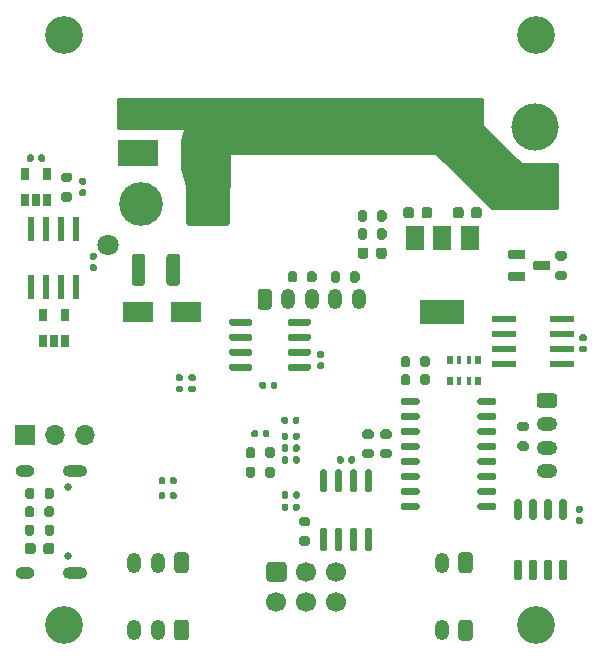
<source format=gbr>
%TF.GenerationSoftware,KiCad,Pcbnew,5.1.9-73d0e3b20d~88~ubuntu20.04.1*%
%TF.CreationDate,2021-04-18T22:18:41+08:00*%
%TF.ProjectId,AbsoluteEncoderBoard,4162736f-6c75-4746-9545-6e636f646572,rev?*%
%TF.SameCoordinates,Original*%
%TF.FileFunction,Soldermask,Bot*%
%TF.FilePolarity,Negative*%
%FSLAX46Y46*%
G04 Gerber Fmt 4.6, Leading zero omitted, Abs format (unit mm)*
G04 Created by KiCad (PCBNEW 5.1.9-73d0e3b20d~88~ubuntu20.04.1) date 2021-04-18 22:18:41*
%MOMM*%
%LPD*%
G01*
G04 APERTURE LIST*
%ADD10C,3.200000*%
%ADD11O,1.200000X1.750000*%
%ADD12C,1.800000*%
%ADD13C,3.700000*%
%ADD14C,4.000000*%
%ADD15R,3.800000X3.800000*%
%ADD16C,1.700000*%
%ADD17R,0.650000X1.060000*%
%ADD18R,2.500000X1.800000*%
%ADD19R,3.500000X2.300000*%
%ADD20R,1.500000X2.000000*%
%ADD21R,3.800000X2.000000*%
%ADD22R,2.000000X0.600000*%
%ADD23R,0.600000X2.000000*%
%ADD24R,0.500000X0.800000*%
%ADD25R,0.400000X0.800000*%
%ADD26O,1.700000X1.700000*%
%ADD27R,1.700000X1.700000*%
%ADD28O,2.100000X1.000000*%
%ADD29C,0.650000*%
%ADD30O,1.600000X1.000000*%
%ADD31O,1.750000X1.200000*%
%ADD32C,0.230000*%
%ADD33C,0.100000*%
%ADD34C,0.254000*%
G04 APERTURE END LIST*
D10*
X170000000Y-90000000D03*
X130000000Y-90000000D03*
X170000000Y-40000000D03*
X130000000Y-40000000D03*
G36*
G01*
X169165000Y-73575000D02*
X168615000Y-73575000D01*
G75*
G02*
X168415000Y-73375000I0J200000D01*
G01*
X168415000Y-72975000D01*
G75*
G02*
X168615000Y-72775000I200000J0D01*
G01*
X169165000Y-72775000D01*
G75*
G02*
X169365000Y-72975000I0J-200000D01*
G01*
X169365000Y-73375000D01*
G75*
G02*
X169165000Y-73575000I-200000J0D01*
G01*
G37*
G36*
G01*
X169165000Y-75225000D02*
X168615000Y-75225000D01*
G75*
G02*
X168415000Y-75025000I0J200000D01*
G01*
X168415000Y-74625000D01*
G75*
G02*
X168615000Y-74425000I200000J0D01*
G01*
X169165000Y-74425000D01*
G75*
G02*
X169365000Y-74625000I0J-200000D01*
G01*
X169365000Y-75025000D01*
G75*
G02*
X169165000Y-75225000I-200000J0D01*
G01*
G37*
G36*
G01*
X173480000Y-80860000D02*
X173820000Y-80860000D01*
G75*
G02*
X173960000Y-81000000I0J-140000D01*
G01*
X173960000Y-81280000D01*
G75*
G02*
X173820000Y-81420000I-140000J0D01*
G01*
X173480000Y-81420000D01*
G75*
G02*
X173340000Y-81280000I0J140000D01*
G01*
X173340000Y-81000000D01*
G75*
G02*
X173480000Y-80860000I140000J0D01*
G01*
G37*
G36*
G01*
X173480000Y-79900000D02*
X173820000Y-79900000D01*
G75*
G02*
X173960000Y-80040000I0J-140000D01*
G01*
X173960000Y-80320000D01*
G75*
G02*
X173820000Y-80460000I-140000J0D01*
G01*
X173480000Y-80460000D01*
G75*
G02*
X173340000Y-80320000I0J140000D01*
G01*
X173340000Y-80040000D01*
G75*
G02*
X173480000Y-79900000I140000J0D01*
G01*
G37*
D11*
X162025000Y-84700000D03*
G36*
G01*
X164625000Y-84074999D02*
X164625000Y-85325001D01*
G75*
G02*
X164375001Y-85575000I-249999J0D01*
G01*
X163674999Y-85575000D01*
G75*
G02*
X163425000Y-85325001I0J249999D01*
G01*
X163425000Y-84074999D01*
G75*
G02*
X163674999Y-83825000I249999J0D01*
G01*
X164375001Y-83825000D01*
G75*
G02*
X164625000Y-84074999I0J-249999D01*
G01*
G37*
X155010000Y-62390000D03*
X153010000Y-62390000D03*
X151010000Y-62390000D03*
X149010000Y-62390000D03*
G36*
G01*
X146410000Y-63015001D02*
X146410000Y-61764999D01*
G75*
G02*
X146659999Y-61515000I249999J0D01*
G01*
X147360001Y-61515000D01*
G75*
G02*
X147610000Y-61764999I0J-249999D01*
G01*
X147610000Y-63015001D01*
G75*
G02*
X147360001Y-63265000I-249999J0D01*
G01*
X146659999Y-63265000D01*
G75*
G02*
X146410000Y-63015001I0J249999D01*
G01*
G37*
D12*
X133750000Y-57820000D03*
D13*
X136520000Y-54340000D03*
G36*
G01*
X140620000Y-52490000D02*
X143820000Y-52490000D01*
G75*
G02*
X144070000Y-52740000I0J-250000D01*
G01*
X144070000Y-55940000D01*
G75*
G02*
X143820000Y-56190000I-250000J0D01*
G01*
X140620000Y-56190000D01*
G75*
G02*
X140370000Y-55940000I0J250000D01*
G01*
X140370000Y-52740000D01*
G75*
G02*
X140620000Y-52490000I250000J0D01*
G01*
G37*
D14*
X169926000Y-47832000D03*
D15*
X169926000Y-52832000D03*
G36*
G01*
X147415240Y-84624600D02*
X148615240Y-84624600D01*
G75*
G02*
X148865240Y-84874600I0J-250000D01*
G01*
X148865240Y-86074600D01*
G75*
G02*
X148615240Y-86324600I-250000J0D01*
G01*
X147415240Y-86324600D01*
G75*
G02*
X147165240Y-86074600I0J250000D01*
G01*
X147165240Y-84874600D01*
G75*
G02*
X147415240Y-84624600I250000J0D01*
G01*
G37*
D16*
X150555240Y-85474600D03*
X153095240Y-85474600D03*
X148015240Y-88014600D03*
X150555240Y-88014600D03*
X153095240Y-88014600D03*
G36*
G01*
X146860000Y-73950000D02*
X146860000Y-73610000D01*
G75*
G02*
X147000000Y-73470000I140000J0D01*
G01*
X147280000Y-73470000D01*
G75*
G02*
X147420000Y-73610000I0J-140000D01*
G01*
X147420000Y-73950000D01*
G75*
G02*
X147280000Y-74090000I-140000J0D01*
G01*
X147000000Y-74090000D01*
G75*
G02*
X146860000Y-73950000I0J140000D01*
G01*
G37*
G36*
G01*
X145900000Y-73950000D02*
X145900000Y-73610000D01*
G75*
G02*
X146040000Y-73470000I140000J0D01*
G01*
X146320000Y-73470000D01*
G75*
G02*
X146460000Y-73610000I0J-140000D01*
G01*
X146460000Y-73950000D01*
G75*
G02*
X146320000Y-74090000I-140000J0D01*
G01*
X146040000Y-74090000D01*
G75*
G02*
X145900000Y-73950000I0J140000D01*
G01*
G37*
G36*
G01*
X139630000Y-69725000D02*
X139970000Y-69725000D01*
G75*
G02*
X140110000Y-69865000I0J-140000D01*
G01*
X140110000Y-70145000D01*
G75*
G02*
X139970000Y-70285000I-140000J0D01*
G01*
X139630000Y-70285000D01*
G75*
G02*
X139490000Y-70145000I0J140000D01*
G01*
X139490000Y-69865000D01*
G75*
G02*
X139630000Y-69725000I140000J0D01*
G01*
G37*
G36*
G01*
X139630000Y-68765000D02*
X139970000Y-68765000D01*
G75*
G02*
X140110000Y-68905000I0J-140000D01*
G01*
X140110000Y-69185000D01*
G75*
G02*
X139970000Y-69325000I-140000J0D01*
G01*
X139630000Y-69325000D01*
G75*
G02*
X139490000Y-69185000I0J140000D01*
G01*
X139490000Y-68905000D01*
G75*
G02*
X139630000Y-68765000I140000J0D01*
G01*
G37*
G36*
G01*
X147530000Y-69860000D02*
X147530000Y-69520000D01*
G75*
G02*
X147670000Y-69380000I140000J0D01*
G01*
X147950000Y-69380000D01*
G75*
G02*
X148090000Y-69520000I0J-140000D01*
G01*
X148090000Y-69860000D01*
G75*
G02*
X147950000Y-70000000I-140000J0D01*
G01*
X147670000Y-70000000D01*
G75*
G02*
X147530000Y-69860000I0J140000D01*
G01*
G37*
G36*
G01*
X146570000Y-69860000D02*
X146570000Y-69520000D01*
G75*
G02*
X146710000Y-69380000I140000J0D01*
G01*
X146990000Y-69380000D01*
G75*
G02*
X147130000Y-69520000I0J-140000D01*
G01*
X147130000Y-69860000D01*
G75*
G02*
X146990000Y-70000000I-140000J0D01*
G01*
X146710000Y-70000000D01*
G75*
G02*
X146570000Y-69860000I0J140000D01*
G01*
G37*
G36*
G01*
X139000000Y-77940000D02*
X139000000Y-77600000D01*
G75*
G02*
X139140000Y-77460000I140000J0D01*
G01*
X139420000Y-77460000D01*
G75*
G02*
X139560000Y-77600000I0J-140000D01*
G01*
X139560000Y-77940000D01*
G75*
G02*
X139420000Y-78080000I-140000J0D01*
G01*
X139140000Y-78080000D01*
G75*
G02*
X139000000Y-77940000I0J140000D01*
G01*
G37*
G36*
G01*
X138040000Y-77940000D02*
X138040000Y-77600000D01*
G75*
G02*
X138180000Y-77460000I140000J0D01*
G01*
X138460000Y-77460000D01*
G75*
G02*
X138600000Y-77600000I0J-140000D01*
G01*
X138600000Y-77940000D01*
G75*
G02*
X138460000Y-78080000I-140000J0D01*
G01*
X138180000Y-78080000D01*
G75*
G02*
X138040000Y-77940000I0J140000D01*
G01*
G37*
G36*
G01*
X149000000Y-72480000D02*
X149000000Y-72820000D01*
G75*
G02*
X148860000Y-72960000I-140000J0D01*
G01*
X148580000Y-72960000D01*
G75*
G02*
X148440000Y-72820000I0J140000D01*
G01*
X148440000Y-72480000D01*
G75*
G02*
X148580000Y-72340000I140000J0D01*
G01*
X148860000Y-72340000D01*
G75*
G02*
X149000000Y-72480000I0J-140000D01*
G01*
G37*
G36*
G01*
X149960000Y-72480000D02*
X149960000Y-72820000D01*
G75*
G02*
X149820000Y-72960000I-140000J0D01*
G01*
X149540000Y-72960000D01*
G75*
G02*
X149400000Y-72820000I0J140000D01*
G01*
X149400000Y-72480000D01*
G75*
G02*
X149540000Y-72340000I140000J0D01*
G01*
X149820000Y-72340000D01*
G75*
G02*
X149960000Y-72480000I0J-140000D01*
G01*
G37*
G36*
G01*
X149025000Y-78805000D02*
X149025000Y-79145000D01*
G75*
G02*
X148885000Y-79285000I-140000J0D01*
G01*
X148605000Y-79285000D01*
G75*
G02*
X148465000Y-79145000I0J140000D01*
G01*
X148465000Y-78805000D01*
G75*
G02*
X148605000Y-78665000I140000J0D01*
G01*
X148885000Y-78665000D01*
G75*
G02*
X149025000Y-78805000I0J-140000D01*
G01*
G37*
G36*
G01*
X149985000Y-78805000D02*
X149985000Y-79145000D01*
G75*
G02*
X149845000Y-79285000I-140000J0D01*
G01*
X149565000Y-79285000D01*
G75*
G02*
X149425000Y-79145000I0J140000D01*
G01*
X149425000Y-78805000D01*
G75*
G02*
X149565000Y-78665000I140000J0D01*
G01*
X149845000Y-78665000D01*
G75*
G02*
X149985000Y-78805000I0J-140000D01*
G01*
G37*
G36*
G01*
X140705000Y-69725000D02*
X141045000Y-69725000D01*
G75*
G02*
X141185000Y-69865000I0J-140000D01*
G01*
X141185000Y-70145000D01*
G75*
G02*
X141045000Y-70285000I-140000J0D01*
G01*
X140705000Y-70285000D01*
G75*
G02*
X140565000Y-70145000I0J140000D01*
G01*
X140565000Y-69865000D01*
G75*
G02*
X140705000Y-69725000I140000J0D01*
G01*
G37*
G36*
G01*
X140705000Y-68765000D02*
X141045000Y-68765000D01*
G75*
G02*
X141185000Y-68905000I0J-140000D01*
G01*
X141185000Y-69185000D01*
G75*
G02*
X141045000Y-69325000I-140000J0D01*
G01*
X140705000Y-69325000D01*
G75*
G02*
X140565000Y-69185000I0J140000D01*
G01*
X140565000Y-68905000D01*
G75*
G02*
X140705000Y-68765000I140000J0D01*
G01*
G37*
G36*
G01*
X149425000Y-80170000D02*
X149425000Y-79830000D01*
G75*
G02*
X149565000Y-79690000I140000J0D01*
G01*
X149845000Y-79690000D01*
G75*
G02*
X149985000Y-79830000I0J-140000D01*
G01*
X149985000Y-80170000D01*
G75*
G02*
X149845000Y-80310000I-140000J0D01*
G01*
X149565000Y-80310000D01*
G75*
G02*
X149425000Y-80170000I0J140000D01*
G01*
G37*
G36*
G01*
X148465000Y-80170000D02*
X148465000Y-79830000D01*
G75*
G02*
X148605000Y-79690000I140000J0D01*
G01*
X148885000Y-79690000D01*
G75*
G02*
X149025000Y-79830000I0J-140000D01*
G01*
X149025000Y-80170000D01*
G75*
G02*
X148885000Y-80310000I-140000J0D01*
G01*
X148605000Y-80310000D01*
G75*
G02*
X148465000Y-80170000I0J140000D01*
G01*
G37*
G36*
G01*
X139000000Y-79195000D02*
X139000000Y-78855000D01*
G75*
G02*
X139140000Y-78715000I140000J0D01*
G01*
X139420000Y-78715000D01*
G75*
G02*
X139560000Y-78855000I0J-140000D01*
G01*
X139560000Y-79195000D01*
G75*
G02*
X139420000Y-79335000I-140000J0D01*
G01*
X139140000Y-79335000D01*
G75*
G02*
X139000000Y-79195000I0J140000D01*
G01*
G37*
G36*
G01*
X138040000Y-79195000D02*
X138040000Y-78855000D01*
G75*
G02*
X138180000Y-78715000I140000J0D01*
G01*
X138460000Y-78715000D01*
G75*
G02*
X138600000Y-78855000I0J-140000D01*
G01*
X138600000Y-79195000D01*
G75*
G02*
X138460000Y-79335000I-140000J0D01*
G01*
X138180000Y-79335000D01*
G75*
G02*
X138040000Y-79195000I0J140000D01*
G01*
G37*
G36*
G01*
X151920000Y-67350000D02*
X151580000Y-67350000D01*
G75*
G02*
X151440000Y-67210000I0J140000D01*
G01*
X151440000Y-66930000D01*
G75*
G02*
X151580000Y-66790000I140000J0D01*
G01*
X151920000Y-66790000D01*
G75*
G02*
X152060000Y-66930000I0J-140000D01*
G01*
X152060000Y-67210000D01*
G75*
G02*
X151920000Y-67350000I-140000J0D01*
G01*
G37*
G36*
G01*
X151920000Y-68310000D02*
X151580000Y-68310000D01*
G75*
G02*
X151440000Y-68170000I0J140000D01*
G01*
X151440000Y-67890000D01*
G75*
G02*
X151580000Y-67750000I140000J0D01*
G01*
X151920000Y-67750000D01*
G75*
G02*
X152060000Y-67890000I0J-140000D01*
G01*
X152060000Y-68170000D01*
G75*
G02*
X151920000Y-68310000I-140000J0D01*
G01*
G37*
G36*
G01*
X149010000Y-74830000D02*
X149010000Y-75170000D01*
G75*
G02*
X148870000Y-75310000I-140000J0D01*
G01*
X148590000Y-75310000D01*
G75*
G02*
X148450000Y-75170000I0J140000D01*
G01*
X148450000Y-74830000D01*
G75*
G02*
X148590000Y-74690000I140000J0D01*
G01*
X148870000Y-74690000D01*
G75*
G02*
X149010000Y-74830000I0J-140000D01*
G01*
G37*
G36*
G01*
X149970000Y-74830000D02*
X149970000Y-75170000D01*
G75*
G02*
X149830000Y-75310000I-140000J0D01*
G01*
X149550000Y-75310000D01*
G75*
G02*
X149410000Y-75170000I0J140000D01*
G01*
X149410000Y-74830000D01*
G75*
G02*
X149550000Y-74690000I140000J0D01*
G01*
X149830000Y-74690000D01*
G75*
G02*
X149970000Y-74830000I0J-140000D01*
G01*
G37*
G36*
G01*
X173800000Y-66340000D02*
X174140000Y-66340000D01*
G75*
G02*
X174280000Y-66480000I0J-140000D01*
G01*
X174280000Y-66760000D01*
G75*
G02*
X174140000Y-66900000I-140000J0D01*
G01*
X173800000Y-66900000D01*
G75*
G02*
X173660000Y-66760000I0J140000D01*
G01*
X173660000Y-66480000D01*
G75*
G02*
X173800000Y-66340000I140000J0D01*
G01*
G37*
G36*
G01*
X173800000Y-65380000D02*
X174140000Y-65380000D01*
G75*
G02*
X174280000Y-65520000I0J-140000D01*
G01*
X174280000Y-65800000D01*
G75*
G02*
X174140000Y-65940000I-140000J0D01*
G01*
X173800000Y-65940000D01*
G75*
G02*
X173660000Y-65800000I0J140000D01*
G01*
X173660000Y-65520000D01*
G75*
G02*
X173800000Y-65380000I140000J0D01*
G01*
G37*
G36*
G01*
X153700000Y-75830000D02*
X153700000Y-76170000D01*
G75*
G02*
X153560000Y-76310000I-140000J0D01*
G01*
X153280000Y-76310000D01*
G75*
G02*
X153140000Y-76170000I0J140000D01*
G01*
X153140000Y-75830000D01*
G75*
G02*
X153280000Y-75690000I140000J0D01*
G01*
X153560000Y-75690000D01*
G75*
G02*
X153700000Y-75830000I0J-140000D01*
G01*
G37*
G36*
G01*
X154660000Y-75830000D02*
X154660000Y-76170000D01*
G75*
G02*
X154520000Y-76310000I-140000J0D01*
G01*
X154240000Y-76310000D01*
G75*
G02*
X154100000Y-76170000I0J140000D01*
G01*
X154100000Y-75830000D01*
G75*
G02*
X154240000Y-75690000I140000J0D01*
G01*
X154520000Y-75690000D01*
G75*
G02*
X154660000Y-75830000I0J-140000D01*
G01*
G37*
G36*
G01*
X127450000Y-50280000D02*
X127450000Y-50620000D01*
G75*
G02*
X127310000Y-50760000I-140000J0D01*
G01*
X127030000Y-50760000D01*
G75*
G02*
X126890000Y-50620000I0J140000D01*
G01*
X126890000Y-50280000D01*
G75*
G02*
X127030000Y-50140000I140000J0D01*
G01*
X127310000Y-50140000D01*
G75*
G02*
X127450000Y-50280000I0J-140000D01*
G01*
G37*
G36*
G01*
X128410000Y-50280000D02*
X128410000Y-50620000D01*
G75*
G02*
X128270000Y-50760000I-140000J0D01*
G01*
X127990000Y-50760000D01*
G75*
G02*
X127850000Y-50620000I0J140000D01*
G01*
X127850000Y-50280000D01*
G75*
G02*
X127990000Y-50140000I140000J0D01*
G01*
X128270000Y-50140000D01*
G75*
G02*
X128410000Y-50280000I0J-140000D01*
G01*
G37*
G36*
G01*
X149010000Y-75830000D02*
X149010000Y-76170000D01*
G75*
G02*
X148870000Y-76310000I-140000J0D01*
G01*
X148590000Y-76310000D01*
G75*
G02*
X148450000Y-76170000I0J140000D01*
G01*
X148450000Y-75830000D01*
G75*
G02*
X148590000Y-75690000I140000J0D01*
G01*
X148870000Y-75690000D01*
G75*
G02*
X149010000Y-75830000I0J-140000D01*
G01*
G37*
G36*
G01*
X149970000Y-75830000D02*
X149970000Y-76170000D01*
G75*
G02*
X149830000Y-76310000I-140000J0D01*
G01*
X149550000Y-76310000D01*
G75*
G02*
X149410000Y-76170000I0J140000D01*
G01*
X149410000Y-75830000D01*
G75*
G02*
X149550000Y-75690000I140000J0D01*
G01*
X149830000Y-75690000D01*
G75*
G02*
X149970000Y-75830000I0J-140000D01*
G01*
G37*
G36*
G01*
X131790000Y-52700000D02*
X131450000Y-52700000D01*
G75*
G02*
X131310000Y-52560000I0J140000D01*
G01*
X131310000Y-52280000D01*
G75*
G02*
X131450000Y-52140000I140000J0D01*
G01*
X131790000Y-52140000D01*
G75*
G02*
X131930000Y-52280000I0J-140000D01*
G01*
X131930000Y-52560000D01*
G75*
G02*
X131790000Y-52700000I-140000J0D01*
G01*
G37*
G36*
G01*
X131790000Y-53660000D02*
X131450000Y-53660000D01*
G75*
G02*
X131310000Y-53520000I0J140000D01*
G01*
X131310000Y-53240000D01*
G75*
G02*
X131450000Y-53100000I140000J0D01*
G01*
X131790000Y-53100000D01*
G75*
G02*
X131930000Y-53240000I0J-140000D01*
G01*
X131930000Y-53520000D01*
G75*
G02*
X131790000Y-53660000I-140000J0D01*
G01*
G37*
D17*
X130125000Y-63700000D03*
X128225000Y-63700000D03*
X128225000Y-65900000D03*
X129175000Y-65900000D03*
X130125000Y-65900000D03*
G36*
G01*
X132670000Y-59050000D02*
X132330000Y-59050000D01*
G75*
G02*
X132190000Y-58910000I0J140000D01*
G01*
X132190000Y-58630000D01*
G75*
G02*
X132330000Y-58490000I140000J0D01*
G01*
X132670000Y-58490000D01*
G75*
G02*
X132810000Y-58630000I0J-140000D01*
G01*
X132810000Y-58910000D01*
G75*
G02*
X132670000Y-59050000I-140000J0D01*
G01*
G37*
G36*
G01*
X132670000Y-60010000D02*
X132330000Y-60010000D01*
G75*
G02*
X132190000Y-59870000I0J140000D01*
G01*
X132190000Y-59590000D01*
G75*
G02*
X132330000Y-59450000I140000J0D01*
G01*
X132670000Y-59450000D01*
G75*
G02*
X132810000Y-59590000I0J-140000D01*
G01*
X132810000Y-59870000D01*
G75*
G02*
X132670000Y-60010000I-140000J0D01*
G01*
G37*
G36*
G01*
X149010000Y-73830000D02*
X149010000Y-74170000D01*
G75*
G02*
X148870000Y-74310000I-140000J0D01*
G01*
X148590000Y-74310000D01*
G75*
G02*
X148450000Y-74170000I0J140000D01*
G01*
X148450000Y-73830000D01*
G75*
G02*
X148590000Y-73690000I140000J0D01*
G01*
X148870000Y-73690000D01*
G75*
G02*
X149010000Y-73830000I0J-140000D01*
G01*
G37*
G36*
G01*
X149970000Y-73830000D02*
X149970000Y-74170000D01*
G75*
G02*
X149830000Y-74310000I-140000J0D01*
G01*
X149550000Y-74310000D01*
G75*
G02*
X149410000Y-74170000I0J140000D01*
G01*
X149410000Y-73830000D01*
G75*
G02*
X149550000Y-73690000I140000J0D01*
G01*
X149830000Y-73690000D01*
G75*
G02*
X149970000Y-73830000I0J-140000D01*
G01*
G37*
G36*
G01*
X138700000Y-61000001D02*
X138700000Y-58799999D01*
G75*
G02*
X138949999Y-58550000I249999J0D01*
G01*
X139600001Y-58550000D01*
G75*
G02*
X139850000Y-58799999I0J-249999D01*
G01*
X139850000Y-61000001D01*
G75*
G02*
X139600001Y-61250000I-249999J0D01*
G01*
X138949999Y-61250000D01*
G75*
G02*
X138700000Y-61000001I0J249999D01*
G01*
G37*
G36*
G01*
X135750000Y-61000001D02*
X135750000Y-58799999D01*
G75*
G02*
X135999999Y-58550000I249999J0D01*
G01*
X136650001Y-58550000D01*
G75*
G02*
X136900000Y-58799999I0J-249999D01*
G01*
X136900000Y-61000001D01*
G75*
G02*
X136650001Y-61250000I-249999J0D01*
G01*
X135999999Y-61250000D01*
G75*
G02*
X135750000Y-61000001I0J249999D01*
G01*
G37*
D18*
X136325000Y-63475000D03*
X140325000Y-63475000D03*
D19*
X136290000Y-50010000D03*
X141690000Y-50010000D03*
G36*
G01*
X156440840Y-58750000D02*
X156440840Y-58250000D01*
G75*
G02*
X156665840Y-58025000I225000J0D01*
G01*
X157115840Y-58025000D01*
G75*
G02*
X157340840Y-58250000I0J-225000D01*
G01*
X157340840Y-58750000D01*
G75*
G02*
X157115840Y-58975000I-225000J0D01*
G01*
X156665840Y-58975000D01*
G75*
G02*
X156440840Y-58750000I0J225000D01*
G01*
G37*
G36*
G01*
X154890840Y-58750000D02*
X154890840Y-58250000D01*
G75*
G02*
X155115840Y-58025000I225000J0D01*
G01*
X155565840Y-58025000D01*
G75*
G02*
X155790840Y-58250000I0J-225000D01*
G01*
X155790840Y-58750000D01*
G75*
G02*
X155565840Y-58975000I-225000J0D01*
G01*
X155115840Y-58975000D01*
G75*
G02*
X154890840Y-58750000I0J225000D01*
G01*
G37*
G36*
G01*
X165030000Y-80092500D02*
X165030000Y-79817500D01*
G75*
G02*
X165167500Y-79680000I137500J0D01*
G01*
X166492500Y-79680000D01*
G75*
G02*
X166630000Y-79817500I0J-137500D01*
G01*
X166630000Y-80092500D01*
G75*
G02*
X166492500Y-80230000I-137500J0D01*
G01*
X165167500Y-80230000D01*
G75*
G02*
X165030000Y-80092500I0J137500D01*
G01*
G37*
G36*
G01*
X165030000Y-78822500D02*
X165030000Y-78547500D01*
G75*
G02*
X165167500Y-78410000I137500J0D01*
G01*
X166492500Y-78410000D01*
G75*
G02*
X166630000Y-78547500I0J-137500D01*
G01*
X166630000Y-78822500D01*
G75*
G02*
X166492500Y-78960000I-137500J0D01*
G01*
X165167500Y-78960000D01*
G75*
G02*
X165030000Y-78822500I0J137500D01*
G01*
G37*
G36*
G01*
X165030000Y-77552500D02*
X165030000Y-77277500D01*
G75*
G02*
X165167500Y-77140000I137500J0D01*
G01*
X166492500Y-77140000D01*
G75*
G02*
X166630000Y-77277500I0J-137500D01*
G01*
X166630000Y-77552500D01*
G75*
G02*
X166492500Y-77690000I-137500J0D01*
G01*
X165167500Y-77690000D01*
G75*
G02*
X165030000Y-77552500I0J137500D01*
G01*
G37*
G36*
G01*
X165030000Y-76282500D02*
X165030000Y-76007500D01*
G75*
G02*
X165167500Y-75870000I137500J0D01*
G01*
X166492500Y-75870000D01*
G75*
G02*
X166630000Y-76007500I0J-137500D01*
G01*
X166630000Y-76282500D01*
G75*
G02*
X166492500Y-76420000I-137500J0D01*
G01*
X165167500Y-76420000D01*
G75*
G02*
X165030000Y-76282500I0J137500D01*
G01*
G37*
G36*
G01*
X165030000Y-75012500D02*
X165030000Y-74737500D01*
G75*
G02*
X165167500Y-74600000I137500J0D01*
G01*
X166492500Y-74600000D01*
G75*
G02*
X166630000Y-74737500I0J-137500D01*
G01*
X166630000Y-75012500D01*
G75*
G02*
X166492500Y-75150000I-137500J0D01*
G01*
X165167500Y-75150000D01*
G75*
G02*
X165030000Y-75012500I0J137500D01*
G01*
G37*
G36*
G01*
X165030000Y-73742500D02*
X165030000Y-73467500D01*
G75*
G02*
X165167500Y-73330000I137500J0D01*
G01*
X166492500Y-73330000D01*
G75*
G02*
X166630000Y-73467500I0J-137500D01*
G01*
X166630000Y-73742500D01*
G75*
G02*
X166492500Y-73880000I-137500J0D01*
G01*
X165167500Y-73880000D01*
G75*
G02*
X165030000Y-73742500I0J137500D01*
G01*
G37*
G36*
G01*
X165030000Y-72472500D02*
X165030000Y-72197500D01*
G75*
G02*
X165167500Y-72060000I137500J0D01*
G01*
X166492500Y-72060000D01*
G75*
G02*
X166630000Y-72197500I0J-137500D01*
G01*
X166630000Y-72472500D01*
G75*
G02*
X166492500Y-72610000I-137500J0D01*
G01*
X165167500Y-72610000D01*
G75*
G02*
X165030000Y-72472500I0J137500D01*
G01*
G37*
G36*
G01*
X165030000Y-71202500D02*
X165030000Y-70927500D01*
G75*
G02*
X165167500Y-70790000I137500J0D01*
G01*
X166492500Y-70790000D01*
G75*
G02*
X166630000Y-70927500I0J-137500D01*
G01*
X166630000Y-71202500D01*
G75*
G02*
X166492500Y-71340000I-137500J0D01*
G01*
X165167500Y-71340000D01*
G75*
G02*
X165030000Y-71202500I0J137500D01*
G01*
G37*
G36*
G01*
X158530000Y-71202500D02*
X158530000Y-70927500D01*
G75*
G02*
X158667500Y-70790000I137500J0D01*
G01*
X159992500Y-70790000D01*
G75*
G02*
X160130000Y-70927500I0J-137500D01*
G01*
X160130000Y-71202500D01*
G75*
G02*
X159992500Y-71340000I-137500J0D01*
G01*
X158667500Y-71340000D01*
G75*
G02*
X158530000Y-71202500I0J137500D01*
G01*
G37*
G36*
G01*
X158530000Y-72472500D02*
X158530000Y-72197500D01*
G75*
G02*
X158667500Y-72060000I137500J0D01*
G01*
X159992500Y-72060000D01*
G75*
G02*
X160130000Y-72197500I0J-137500D01*
G01*
X160130000Y-72472500D01*
G75*
G02*
X159992500Y-72610000I-137500J0D01*
G01*
X158667500Y-72610000D01*
G75*
G02*
X158530000Y-72472500I0J137500D01*
G01*
G37*
G36*
G01*
X158530000Y-73742500D02*
X158530000Y-73467500D01*
G75*
G02*
X158667500Y-73330000I137500J0D01*
G01*
X159992500Y-73330000D01*
G75*
G02*
X160130000Y-73467500I0J-137500D01*
G01*
X160130000Y-73742500D01*
G75*
G02*
X159992500Y-73880000I-137500J0D01*
G01*
X158667500Y-73880000D01*
G75*
G02*
X158530000Y-73742500I0J137500D01*
G01*
G37*
G36*
G01*
X158530000Y-75012500D02*
X158530000Y-74737500D01*
G75*
G02*
X158667500Y-74600000I137500J0D01*
G01*
X159992500Y-74600000D01*
G75*
G02*
X160130000Y-74737500I0J-137500D01*
G01*
X160130000Y-75012500D01*
G75*
G02*
X159992500Y-75150000I-137500J0D01*
G01*
X158667500Y-75150000D01*
G75*
G02*
X158530000Y-75012500I0J137500D01*
G01*
G37*
G36*
G01*
X158530000Y-76282500D02*
X158530000Y-76007500D01*
G75*
G02*
X158667500Y-75870000I137500J0D01*
G01*
X159992500Y-75870000D01*
G75*
G02*
X160130000Y-76007500I0J-137500D01*
G01*
X160130000Y-76282500D01*
G75*
G02*
X159992500Y-76420000I-137500J0D01*
G01*
X158667500Y-76420000D01*
G75*
G02*
X158530000Y-76282500I0J137500D01*
G01*
G37*
G36*
G01*
X158530000Y-77552500D02*
X158530000Y-77277500D01*
G75*
G02*
X158667500Y-77140000I137500J0D01*
G01*
X159992500Y-77140000D01*
G75*
G02*
X160130000Y-77277500I0J-137500D01*
G01*
X160130000Y-77552500D01*
G75*
G02*
X159992500Y-77690000I-137500J0D01*
G01*
X158667500Y-77690000D01*
G75*
G02*
X158530000Y-77552500I0J137500D01*
G01*
G37*
G36*
G01*
X158530000Y-78822500D02*
X158530000Y-78547500D01*
G75*
G02*
X158667500Y-78410000I137500J0D01*
G01*
X159992500Y-78410000D01*
G75*
G02*
X160130000Y-78547500I0J-137500D01*
G01*
X160130000Y-78822500D01*
G75*
G02*
X159992500Y-78960000I-137500J0D01*
G01*
X158667500Y-78960000D01*
G75*
G02*
X158530000Y-78822500I0J137500D01*
G01*
G37*
G36*
G01*
X158530000Y-80092500D02*
X158530000Y-79817500D01*
G75*
G02*
X158667500Y-79680000I137500J0D01*
G01*
X159992500Y-79680000D01*
G75*
G02*
X160130000Y-79817500I0J-137500D01*
G01*
X160130000Y-80092500D01*
G75*
G02*
X159992500Y-80230000I-137500J0D01*
G01*
X158667500Y-80230000D01*
G75*
G02*
X158530000Y-80092500I0J137500D01*
G01*
G37*
G36*
G01*
X148950000Y-68305000D02*
X148950000Y-68005000D01*
G75*
G02*
X149100000Y-67855000I150000J0D01*
G01*
X150750000Y-67855000D01*
G75*
G02*
X150900000Y-68005000I0J-150000D01*
G01*
X150900000Y-68305000D01*
G75*
G02*
X150750000Y-68455000I-150000J0D01*
G01*
X149100000Y-68455000D01*
G75*
G02*
X148950000Y-68305000I0J150000D01*
G01*
G37*
G36*
G01*
X148950000Y-67035000D02*
X148950000Y-66735000D01*
G75*
G02*
X149100000Y-66585000I150000J0D01*
G01*
X150750000Y-66585000D01*
G75*
G02*
X150900000Y-66735000I0J-150000D01*
G01*
X150900000Y-67035000D01*
G75*
G02*
X150750000Y-67185000I-150000J0D01*
G01*
X149100000Y-67185000D01*
G75*
G02*
X148950000Y-67035000I0J150000D01*
G01*
G37*
G36*
G01*
X148950000Y-65765000D02*
X148950000Y-65465000D01*
G75*
G02*
X149100000Y-65315000I150000J0D01*
G01*
X150750000Y-65315000D01*
G75*
G02*
X150900000Y-65465000I0J-150000D01*
G01*
X150900000Y-65765000D01*
G75*
G02*
X150750000Y-65915000I-150000J0D01*
G01*
X149100000Y-65915000D01*
G75*
G02*
X148950000Y-65765000I0J150000D01*
G01*
G37*
G36*
G01*
X148950000Y-64495000D02*
X148950000Y-64195000D01*
G75*
G02*
X149100000Y-64045000I150000J0D01*
G01*
X150750000Y-64045000D01*
G75*
G02*
X150900000Y-64195000I0J-150000D01*
G01*
X150900000Y-64495000D01*
G75*
G02*
X150750000Y-64645000I-150000J0D01*
G01*
X149100000Y-64645000D01*
G75*
G02*
X148950000Y-64495000I0J150000D01*
G01*
G37*
G36*
G01*
X144000000Y-64495000D02*
X144000000Y-64195000D01*
G75*
G02*
X144150000Y-64045000I150000J0D01*
G01*
X145800000Y-64045000D01*
G75*
G02*
X145950000Y-64195000I0J-150000D01*
G01*
X145950000Y-64495000D01*
G75*
G02*
X145800000Y-64645000I-150000J0D01*
G01*
X144150000Y-64645000D01*
G75*
G02*
X144000000Y-64495000I0J150000D01*
G01*
G37*
G36*
G01*
X144000000Y-65765000D02*
X144000000Y-65465000D01*
G75*
G02*
X144150000Y-65315000I150000J0D01*
G01*
X145800000Y-65315000D01*
G75*
G02*
X145950000Y-65465000I0J-150000D01*
G01*
X145950000Y-65765000D01*
G75*
G02*
X145800000Y-65915000I-150000J0D01*
G01*
X144150000Y-65915000D01*
G75*
G02*
X144000000Y-65765000I0J150000D01*
G01*
G37*
G36*
G01*
X144000000Y-67035000D02*
X144000000Y-66735000D01*
G75*
G02*
X144150000Y-66585000I150000J0D01*
G01*
X145800000Y-66585000D01*
G75*
G02*
X145950000Y-66735000I0J-150000D01*
G01*
X145950000Y-67035000D01*
G75*
G02*
X145800000Y-67185000I-150000J0D01*
G01*
X144150000Y-67185000D01*
G75*
G02*
X144000000Y-67035000I0J150000D01*
G01*
G37*
G36*
G01*
X144000000Y-68305000D02*
X144000000Y-68005000D01*
G75*
G02*
X144150000Y-67855000I150000J0D01*
G01*
X145800000Y-67855000D01*
G75*
G02*
X145950000Y-68005000I0J-150000D01*
G01*
X145950000Y-68305000D01*
G75*
G02*
X145800000Y-68455000I-150000J0D01*
G01*
X144150000Y-68455000D01*
G75*
G02*
X144000000Y-68305000I0J150000D01*
G01*
G37*
D20*
X159763400Y-57190000D03*
X164363400Y-57190000D03*
X162063400Y-57190000D03*
D21*
X162063400Y-63490000D03*
G36*
G01*
X172425000Y-81050000D02*
X172125000Y-81050000D01*
G75*
G02*
X171975000Y-80900000I0J150000D01*
G01*
X171975000Y-79450000D01*
G75*
G02*
X172125000Y-79300000I150000J0D01*
G01*
X172425000Y-79300000D01*
G75*
G02*
X172575000Y-79450000I0J-150000D01*
G01*
X172575000Y-80900000D01*
G75*
G02*
X172425000Y-81050000I-150000J0D01*
G01*
G37*
G36*
G01*
X171155000Y-81050000D02*
X170855000Y-81050000D01*
G75*
G02*
X170705000Y-80900000I0J150000D01*
G01*
X170705000Y-79450000D01*
G75*
G02*
X170855000Y-79300000I150000J0D01*
G01*
X171155000Y-79300000D01*
G75*
G02*
X171305000Y-79450000I0J-150000D01*
G01*
X171305000Y-80900000D01*
G75*
G02*
X171155000Y-81050000I-150000J0D01*
G01*
G37*
G36*
G01*
X169885000Y-81050000D02*
X169585000Y-81050000D01*
G75*
G02*
X169435000Y-80900000I0J150000D01*
G01*
X169435000Y-79450000D01*
G75*
G02*
X169585000Y-79300000I150000J0D01*
G01*
X169885000Y-79300000D01*
G75*
G02*
X170035000Y-79450000I0J-150000D01*
G01*
X170035000Y-80900000D01*
G75*
G02*
X169885000Y-81050000I-150000J0D01*
G01*
G37*
G36*
G01*
X168615000Y-81050000D02*
X168315000Y-81050000D01*
G75*
G02*
X168165000Y-80900000I0J150000D01*
G01*
X168165000Y-79450000D01*
G75*
G02*
X168315000Y-79300000I150000J0D01*
G01*
X168615000Y-79300000D01*
G75*
G02*
X168765000Y-79450000I0J-150000D01*
G01*
X168765000Y-80900000D01*
G75*
G02*
X168615000Y-81050000I-150000J0D01*
G01*
G37*
G36*
G01*
X168615000Y-86200000D02*
X168315000Y-86200000D01*
G75*
G02*
X168165000Y-86050000I0J150000D01*
G01*
X168165000Y-84600000D01*
G75*
G02*
X168315000Y-84450000I150000J0D01*
G01*
X168615000Y-84450000D01*
G75*
G02*
X168765000Y-84600000I0J-150000D01*
G01*
X168765000Y-86050000D01*
G75*
G02*
X168615000Y-86200000I-150000J0D01*
G01*
G37*
G36*
G01*
X169885000Y-86200000D02*
X169585000Y-86200000D01*
G75*
G02*
X169435000Y-86050000I0J150000D01*
G01*
X169435000Y-84600000D01*
G75*
G02*
X169585000Y-84450000I150000J0D01*
G01*
X169885000Y-84450000D01*
G75*
G02*
X170035000Y-84600000I0J-150000D01*
G01*
X170035000Y-86050000D01*
G75*
G02*
X169885000Y-86200000I-150000J0D01*
G01*
G37*
G36*
G01*
X171155000Y-86200000D02*
X170855000Y-86200000D01*
G75*
G02*
X170705000Y-86050000I0J150000D01*
G01*
X170705000Y-84600000D01*
G75*
G02*
X170855000Y-84450000I150000J0D01*
G01*
X171155000Y-84450000D01*
G75*
G02*
X171305000Y-84600000I0J-150000D01*
G01*
X171305000Y-86050000D01*
G75*
G02*
X171155000Y-86200000I-150000J0D01*
G01*
G37*
G36*
G01*
X172425000Y-86200000D02*
X172125000Y-86200000D01*
G75*
G02*
X171975000Y-86050000I0J150000D01*
G01*
X171975000Y-84600000D01*
G75*
G02*
X172125000Y-84450000I150000J0D01*
G01*
X172425000Y-84450000D01*
G75*
G02*
X172575000Y-84600000I0J-150000D01*
G01*
X172575000Y-86050000D01*
G75*
G02*
X172425000Y-86200000I-150000J0D01*
G01*
G37*
D22*
X172180000Y-66635000D03*
X167280000Y-64095000D03*
X167280000Y-65365000D03*
X167280000Y-66635000D03*
X167280000Y-67905000D03*
X172180000Y-67905000D03*
X172180000Y-65365000D03*
X172180000Y-64095000D03*
G36*
G01*
X151845000Y-81750000D02*
X152145000Y-81750000D01*
G75*
G02*
X152295000Y-81900000I0J-150000D01*
G01*
X152295000Y-83550000D01*
G75*
G02*
X152145000Y-83700000I-150000J0D01*
G01*
X151845000Y-83700000D01*
G75*
G02*
X151695000Y-83550000I0J150000D01*
G01*
X151695000Y-81900000D01*
G75*
G02*
X151845000Y-81750000I150000J0D01*
G01*
G37*
G36*
G01*
X153115000Y-81750000D02*
X153415000Y-81750000D01*
G75*
G02*
X153565000Y-81900000I0J-150000D01*
G01*
X153565000Y-83550000D01*
G75*
G02*
X153415000Y-83700000I-150000J0D01*
G01*
X153115000Y-83700000D01*
G75*
G02*
X152965000Y-83550000I0J150000D01*
G01*
X152965000Y-81900000D01*
G75*
G02*
X153115000Y-81750000I150000J0D01*
G01*
G37*
G36*
G01*
X154385000Y-81750000D02*
X154685000Y-81750000D01*
G75*
G02*
X154835000Y-81900000I0J-150000D01*
G01*
X154835000Y-83550000D01*
G75*
G02*
X154685000Y-83700000I-150000J0D01*
G01*
X154385000Y-83700000D01*
G75*
G02*
X154235000Y-83550000I0J150000D01*
G01*
X154235000Y-81900000D01*
G75*
G02*
X154385000Y-81750000I150000J0D01*
G01*
G37*
G36*
G01*
X155655000Y-81750000D02*
X155955000Y-81750000D01*
G75*
G02*
X156105000Y-81900000I0J-150000D01*
G01*
X156105000Y-83550000D01*
G75*
G02*
X155955000Y-83700000I-150000J0D01*
G01*
X155655000Y-83700000D01*
G75*
G02*
X155505000Y-83550000I0J150000D01*
G01*
X155505000Y-81900000D01*
G75*
G02*
X155655000Y-81750000I150000J0D01*
G01*
G37*
G36*
G01*
X155655000Y-76800000D02*
X155955000Y-76800000D01*
G75*
G02*
X156105000Y-76950000I0J-150000D01*
G01*
X156105000Y-78600000D01*
G75*
G02*
X155955000Y-78750000I-150000J0D01*
G01*
X155655000Y-78750000D01*
G75*
G02*
X155505000Y-78600000I0J150000D01*
G01*
X155505000Y-76950000D01*
G75*
G02*
X155655000Y-76800000I150000J0D01*
G01*
G37*
G36*
G01*
X154385000Y-76800000D02*
X154685000Y-76800000D01*
G75*
G02*
X154835000Y-76950000I0J-150000D01*
G01*
X154835000Y-78600000D01*
G75*
G02*
X154685000Y-78750000I-150000J0D01*
G01*
X154385000Y-78750000D01*
G75*
G02*
X154235000Y-78600000I0J150000D01*
G01*
X154235000Y-76950000D01*
G75*
G02*
X154385000Y-76800000I150000J0D01*
G01*
G37*
G36*
G01*
X153115000Y-76800000D02*
X153415000Y-76800000D01*
G75*
G02*
X153565000Y-76950000I0J-150000D01*
G01*
X153565000Y-78600000D01*
G75*
G02*
X153415000Y-78750000I-150000J0D01*
G01*
X153115000Y-78750000D01*
G75*
G02*
X152965000Y-78600000I0J150000D01*
G01*
X152965000Y-76950000D01*
G75*
G02*
X153115000Y-76800000I150000J0D01*
G01*
G37*
G36*
G01*
X151845000Y-76800000D02*
X152145000Y-76800000D01*
G75*
G02*
X152295000Y-76950000I0J-150000D01*
G01*
X152295000Y-78600000D01*
G75*
G02*
X152145000Y-78750000I-150000J0D01*
G01*
X151845000Y-78750000D01*
G75*
G02*
X151695000Y-78600000I0J150000D01*
G01*
X151695000Y-76950000D01*
G75*
G02*
X151845000Y-76800000I150000J0D01*
G01*
G37*
D17*
X128600000Y-51775000D03*
X126700000Y-51775000D03*
X126700000Y-53975000D03*
X127650000Y-53975000D03*
X128600000Y-53975000D03*
D23*
X128540000Y-61350000D03*
X131080000Y-56450000D03*
X129810000Y-56450000D03*
X128540000Y-56450000D03*
X127270000Y-56450000D03*
X127270000Y-61350000D03*
X129810000Y-61350000D03*
X131080000Y-61350000D03*
D24*
X165110000Y-69330000D03*
D25*
X164310000Y-69330000D03*
D24*
X162710000Y-69330000D03*
D25*
X163510000Y-69330000D03*
D24*
X165110000Y-67530000D03*
D25*
X163510000Y-67530000D03*
X164310000Y-67530000D03*
D24*
X162710000Y-67530000D03*
G36*
G01*
X159325000Y-68935000D02*
X159325000Y-69485000D01*
G75*
G02*
X159125000Y-69685000I-200000J0D01*
G01*
X158725000Y-69685000D01*
G75*
G02*
X158525000Y-69485000I0J200000D01*
G01*
X158525000Y-68935000D01*
G75*
G02*
X158725000Y-68735000I200000J0D01*
G01*
X159125000Y-68735000D01*
G75*
G02*
X159325000Y-68935000I0J-200000D01*
G01*
G37*
G36*
G01*
X160975000Y-68935000D02*
X160975000Y-69485000D01*
G75*
G02*
X160775000Y-69685000I-200000J0D01*
G01*
X160375000Y-69685000D01*
G75*
G02*
X160175000Y-69485000I0J200000D01*
G01*
X160175000Y-68935000D01*
G75*
G02*
X160375000Y-68735000I200000J0D01*
G01*
X160775000Y-68735000D01*
G75*
G02*
X160975000Y-68935000I0J-200000D01*
G01*
G37*
G36*
G01*
X159325000Y-67415000D02*
X159325000Y-67965000D01*
G75*
G02*
X159125000Y-68165000I-200000J0D01*
G01*
X158725000Y-68165000D01*
G75*
G02*
X158525000Y-67965000I0J200000D01*
G01*
X158525000Y-67415000D01*
G75*
G02*
X158725000Y-67215000I200000J0D01*
G01*
X159125000Y-67215000D01*
G75*
G02*
X159325000Y-67415000I0J-200000D01*
G01*
G37*
G36*
G01*
X160975000Y-67415000D02*
X160975000Y-67965000D01*
G75*
G02*
X160775000Y-68165000I-200000J0D01*
G01*
X160375000Y-68165000D01*
G75*
G02*
X160175000Y-67965000I0J200000D01*
G01*
X160175000Y-67415000D01*
G75*
G02*
X160375000Y-67215000I200000J0D01*
G01*
X160775000Y-67215000D01*
G75*
G02*
X160975000Y-67415000I0J-200000D01*
G01*
G37*
G36*
G01*
X157560000Y-74215000D02*
X157010000Y-74215000D01*
G75*
G02*
X156810000Y-74015000I0J200000D01*
G01*
X156810000Y-73615000D01*
G75*
G02*
X157010000Y-73415000I200000J0D01*
G01*
X157560000Y-73415000D01*
G75*
G02*
X157760000Y-73615000I0J-200000D01*
G01*
X157760000Y-74015000D01*
G75*
G02*
X157560000Y-74215000I-200000J0D01*
G01*
G37*
G36*
G01*
X157560000Y-75865000D02*
X157010000Y-75865000D01*
G75*
G02*
X156810000Y-75665000I0J200000D01*
G01*
X156810000Y-75265000D01*
G75*
G02*
X157010000Y-75065000I200000J0D01*
G01*
X157560000Y-75065000D01*
G75*
G02*
X157760000Y-75265000I0J-200000D01*
G01*
X157760000Y-75665000D01*
G75*
G02*
X157560000Y-75865000I-200000J0D01*
G01*
G37*
G36*
G01*
X156035000Y-74215000D02*
X155485000Y-74215000D01*
G75*
G02*
X155285000Y-74015000I0J200000D01*
G01*
X155285000Y-73615000D01*
G75*
G02*
X155485000Y-73415000I200000J0D01*
G01*
X156035000Y-73415000D01*
G75*
G02*
X156235000Y-73615000I0J-200000D01*
G01*
X156235000Y-74015000D01*
G75*
G02*
X156035000Y-74215000I-200000J0D01*
G01*
G37*
G36*
G01*
X156035000Y-75865000D02*
X155485000Y-75865000D01*
G75*
G02*
X155285000Y-75665000I0J200000D01*
G01*
X155285000Y-75265000D01*
G75*
G02*
X155485000Y-75065000I200000J0D01*
G01*
X156035000Y-75065000D01*
G75*
G02*
X156235000Y-75265000I0J-200000D01*
G01*
X156235000Y-75665000D01*
G75*
G02*
X156035000Y-75865000I-200000J0D01*
G01*
G37*
G36*
G01*
X153395000Y-60245000D02*
X153395000Y-60795000D01*
G75*
G02*
X153195000Y-60995000I-200000J0D01*
G01*
X152795000Y-60995000D01*
G75*
G02*
X152595000Y-60795000I0J200000D01*
G01*
X152595000Y-60245000D01*
G75*
G02*
X152795000Y-60045000I200000J0D01*
G01*
X153195000Y-60045000D01*
G75*
G02*
X153395000Y-60245000I0J-200000D01*
G01*
G37*
G36*
G01*
X155045000Y-60245000D02*
X155045000Y-60795000D01*
G75*
G02*
X154845000Y-60995000I-200000J0D01*
G01*
X154445000Y-60995000D01*
G75*
G02*
X154245000Y-60795000I0J200000D01*
G01*
X154245000Y-60245000D01*
G75*
G02*
X154445000Y-60045000I200000J0D01*
G01*
X154845000Y-60045000D01*
G75*
G02*
X155045000Y-60245000I0J-200000D01*
G01*
G37*
G36*
G01*
X150605000Y-60775000D02*
X150605000Y-60225000D01*
G75*
G02*
X150805000Y-60025000I200000J0D01*
G01*
X151205000Y-60025000D01*
G75*
G02*
X151405000Y-60225000I0J-200000D01*
G01*
X151405000Y-60775000D01*
G75*
G02*
X151205000Y-60975000I-200000J0D01*
G01*
X150805000Y-60975000D01*
G75*
G02*
X150605000Y-60775000I0J200000D01*
G01*
G37*
G36*
G01*
X148955000Y-60775000D02*
X148955000Y-60225000D01*
G75*
G02*
X149155000Y-60025000I200000J0D01*
G01*
X149555000Y-60025000D01*
G75*
G02*
X149755000Y-60225000I0J-200000D01*
G01*
X149755000Y-60775000D01*
G75*
G02*
X149555000Y-60975000I-200000J0D01*
G01*
X149155000Y-60975000D01*
G75*
G02*
X148955000Y-60775000I0J200000D01*
G01*
G37*
G36*
G01*
X146225000Y-75125000D02*
X146225000Y-75675000D01*
G75*
G02*
X146025000Y-75875000I-200000J0D01*
G01*
X145625000Y-75875000D01*
G75*
G02*
X145425000Y-75675000I0J200000D01*
G01*
X145425000Y-75125000D01*
G75*
G02*
X145625000Y-74925000I200000J0D01*
G01*
X146025000Y-74925000D01*
G75*
G02*
X146225000Y-75125000I0J-200000D01*
G01*
G37*
G36*
G01*
X147875000Y-75125000D02*
X147875000Y-75675000D01*
G75*
G02*
X147675000Y-75875000I-200000J0D01*
G01*
X147275000Y-75875000D01*
G75*
G02*
X147075000Y-75675000I0J200000D01*
G01*
X147075000Y-75125000D01*
G75*
G02*
X147275000Y-74925000I200000J0D01*
G01*
X147675000Y-74925000D01*
G75*
G02*
X147875000Y-75125000I0J-200000D01*
G01*
G37*
G36*
G01*
X146225000Y-76775000D02*
X146225000Y-77325000D01*
G75*
G02*
X146025000Y-77525000I-200000J0D01*
G01*
X145625000Y-77525000D01*
G75*
G02*
X145425000Y-77325000I0J200000D01*
G01*
X145425000Y-76775000D01*
G75*
G02*
X145625000Y-76575000I200000J0D01*
G01*
X146025000Y-76575000D01*
G75*
G02*
X146225000Y-76775000I0J-200000D01*
G01*
G37*
G36*
G01*
X147875000Y-76775000D02*
X147875000Y-77325000D01*
G75*
G02*
X147675000Y-77525000I-200000J0D01*
G01*
X147275000Y-77525000D01*
G75*
G02*
X147075000Y-77325000I0J200000D01*
G01*
X147075000Y-76775000D01*
G75*
G02*
X147275000Y-76575000I200000J0D01*
G01*
X147675000Y-76575000D01*
G75*
G02*
X147875000Y-76775000I0J-200000D01*
G01*
G37*
G36*
G01*
X155688300Y-55066480D02*
X155688300Y-55616480D01*
G75*
G02*
X155488300Y-55816480I-200000J0D01*
G01*
X155088300Y-55816480D01*
G75*
G02*
X154888300Y-55616480I0J200000D01*
G01*
X154888300Y-55066480D01*
G75*
G02*
X155088300Y-54866480I200000J0D01*
G01*
X155488300Y-54866480D01*
G75*
G02*
X155688300Y-55066480I0J-200000D01*
G01*
G37*
G36*
G01*
X157338300Y-55066480D02*
X157338300Y-55616480D01*
G75*
G02*
X157138300Y-55816480I-200000J0D01*
G01*
X156738300Y-55816480D01*
G75*
G02*
X156538300Y-55616480I0J200000D01*
G01*
X156538300Y-55066480D01*
G75*
G02*
X156738300Y-54866480I200000J0D01*
G01*
X157138300Y-54866480D01*
G75*
G02*
X157338300Y-55066480I0J-200000D01*
G01*
G37*
G36*
G01*
X155693380Y-56595560D02*
X155693380Y-57145560D01*
G75*
G02*
X155493380Y-57345560I-200000J0D01*
G01*
X155093380Y-57345560D01*
G75*
G02*
X154893380Y-57145560I0J200000D01*
G01*
X154893380Y-56595560D01*
G75*
G02*
X155093380Y-56395560I200000J0D01*
G01*
X155493380Y-56395560D01*
G75*
G02*
X155693380Y-56595560I0J-200000D01*
G01*
G37*
G36*
G01*
X157343380Y-56595560D02*
X157343380Y-57145560D01*
G75*
G02*
X157143380Y-57345560I-200000J0D01*
G01*
X156743380Y-57345560D01*
G75*
G02*
X156543380Y-57145560I0J200000D01*
G01*
X156543380Y-56595560D01*
G75*
G02*
X156743380Y-56395560I200000J0D01*
G01*
X157143380Y-56395560D01*
G75*
G02*
X157343380Y-56595560I0J-200000D01*
G01*
G37*
G36*
G01*
X128375000Y-82225000D02*
X128375000Y-81675000D01*
G75*
G02*
X128575000Y-81475000I200000J0D01*
G01*
X128975000Y-81475000D01*
G75*
G02*
X129175000Y-81675000I0J-200000D01*
G01*
X129175000Y-82225000D01*
G75*
G02*
X128975000Y-82425000I-200000J0D01*
G01*
X128575000Y-82425000D01*
G75*
G02*
X128375000Y-82225000I0J200000D01*
G01*
G37*
G36*
G01*
X126725000Y-82225000D02*
X126725000Y-81675000D01*
G75*
G02*
X126925000Y-81475000I200000J0D01*
G01*
X127325000Y-81475000D01*
G75*
G02*
X127525000Y-81675000I0J-200000D01*
G01*
X127525000Y-82225000D01*
G75*
G02*
X127325000Y-82425000I-200000J0D01*
G01*
X126925000Y-82425000D01*
G75*
G02*
X126725000Y-82225000I0J200000D01*
G01*
G37*
G36*
G01*
X128365000Y-80675000D02*
X128365000Y-80125000D01*
G75*
G02*
X128565000Y-79925000I200000J0D01*
G01*
X128965000Y-79925000D01*
G75*
G02*
X129165000Y-80125000I0J-200000D01*
G01*
X129165000Y-80675000D01*
G75*
G02*
X128965000Y-80875000I-200000J0D01*
G01*
X128565000Y-80875000D01*
G75*
G02*
X128365000Y-80675000I0J200000D01*
G01*
G37*
G36*
G01*
X126715000Y-80675000D02*
X126715000Y-80125000D01*
G75*
G02*
X126915000Y-79925000I200000J0D01*
G01*
X127315000Y-79925000D01*
G75*
G02*
X127515000Y-80125000I0J-200000D01*
G01*
X127515000Y-80675000D01*
G75*
G02*
X127315000Y-80875000I-200000J0D01*
G01*
X126915000Y-80875000D01*
G75*
G02*
X126715000Y-80675000I0J200000D01*
G01*
G37*
G36*
G01*
X127525000Y-78575000D02*
X127525000Y-79125000D01*
G75*
G02*
X127325000Y-79325000I-200000J0D01*
G01*
X126925000Y-79325000D01*
G75*
G02*
X126725000Y-79125000I0J200000D01*
G01*
X126725000Y-78575000D01*
G75*
G02*
X126925000Y-78375000I200000J0D01*
G01*
X127325000Y-78375000D01*
G75*
G02*
X127525000Y-78575000I0J-200000D01*
G01*
G37*
G36*
G01*
X129175000Y-78575000D02*
X129175000Y-79125000D01*
G75*
G02*
X128975000Y-79325000I-200000J0D01*
G01*
X128575000Y-79325000D01*
G75*
G02*
X128375000Y-79125000I0J200000D01*
G01*
X128375000Y-78575000D01*
G75*
G02*
X128575000Y-78375000I200000J0D01*
G01*
X128975000Y-78375000D01*
G75*
G02*
X129175000Y-78575000I0J-200000D01*
G01*
G37*
G36*
G01*
X171825000Y-59975000D02*
X172375000Y-59975000D01*
G75*
G02*
X172575000Y-60175000I0J-200000D01*
G01*
X172575000Y-60575000D01*
G75*
G02*
X172375000Y-60775000I-200000J0D01*
G01*
X171825000Y-60775000D01*
G75*
G02*
X171625000Y-60575000I0J200000D01*
G01*
X171625000Y-60175000D01*
G75*
G02*
X171825000Y-59975000I200000J0D01*
G01*
G37*
G36*
G01*
X171825000Y-58325000D02*
X172375000Y-58325000D01*
G75*
G02*
X172575000Y-58525000I0J-200000D01*
G01*
X172575000Y-58925000D01*
G75*
G02*
X172375000Y-59125000I-200000J0D01*
G01*
X171825000Y-59125000D01*
G75*
G02*
X171625000Y-58925000I0J200000D01*
G01*
X171625000Y-58525000D01*
G75*
G02*
X171825000Y-58325000I200000J0D01*
G01*
G37*
G36*
G01*
X150125000Y-82475000D02*
X150675000Y-82475000D01*
G75*
G02*
X150875000Y-82675000I0J-200000D01*
G01*
X150875000Y-83075000D01*
G75*
G02*
X150675000Y-83275000I-200000J0D01*
G01*
X150125000Y-83275000D01*
G75*
G02*
X149925000Y-83075000I0J200000D01*
G01*
X149925000Y-82675000D01*
G75*
G02*
X150125000Y-82475000I200000J0D01*
G01*
G37*
G36*
G01*
X150125000Y-80825000D02*
X150675000Y-80825000D01*
G75*
G02*
X150875000Y-81025000I0J-200000D01*
G01*
X150875000Y-81425000D01*
G75*
G02*
X150675000Y-81625000I-200000J0D01*
G01*
X150125000Y-81625000D01*
G75*
G02*
X149925000Y-81425000I0J200000D01*
G01*
X149925000Y-81025000D01*
G75*
G02*
X150125000Y-80825000I200000J0D01*
G01*
G37*
G36*
G01*
X129975000Y-53325000D02*
X130525000Y-53325000D01*
G75*
G02*
X130725000Y-53525000I0J-200000D01*
G01*
X130725000Y-53925000D01*
G75*
G02*
X130525000Y-54125000I-200000J0D01*
G01*
X129975000Y-54125000D01*
G75*
G02*
X129775000Y-53925000I0J200000D01*
G01*
X129775000Y-53525000D01*
G75*
G02*
X129975000Y-53325000I200000J0D01*
G01*
G37*
G36*
G01*
X129975000Y-51675000D02*
X130525000Y-51675000D01*
G75*
G02*
X130725000Y-51875000I0J-200000D01*
G01*
X130725000Y-52275000D01*
G75*
G02*
X130525000Y-52475000I-200000J0D01*
G01*
X129975000Y-52475000D01*
G75*
G02*
X129775000Y-52275000I0J200000D01*
G01*
X129775000Y-51875000D01*
G75*
G02*
X129975000Y-51675000I200000J0D01*
G01*
G37*
D11*
X162025000Y-90437400D03*
G36*
G01*
X164625000Y-89812399D02*
X164625000Y-91062401D01*
G75*
G02*
X164375001Y-91312400I-249999J0D01*
G01*
X163674999Y-91312400D01*
G75*
G02*
X163425000Y-91062401I0J249999D01*
G01*
X163425000Y-89812399D01*
G75*
G02*
X163674999Y-89562400I249999J0D01*
G01*
X164375001Y-89562400D01*
G75*
G02*
X164625000Y-89812399I0J-249999D01*
G01*
G37*
X135975000Y-90400000D03*
X137975000Y-90400000D03*
G36*
G01*
X140575000Y-89774999D02*
X140575000Y-91025001D01*
G75*
G02*
X140325001Y-91275000I-249999J0D01*
G01*
X139624999Y-91275000D01*
G75*
G02*
X139375000Y-91025001I0J249999D01*
G01*
X139375000Y-89774999D01*
G75*
G02*
X139624999Y-89525000I249999J0D01*
G01*
X140325001Y-89525000D01*
G75*
G02*
X140575000Y-89774999I0J-249999D01*
G01*
G37*
X135975000Y-84700000D03*
X137975000Y-84700000D03*
G36*
G01*
X140575000Y-84074999D02*
X140575000Y-85325001D01*
G75*
G02*
X140325001Y-85575000I-249999J0D01*
G01*
X139624999Y-85575000D01*
G75*
G02*
X139375000Y-85325001I0J249999D01*
G01*
X139375000Y-84074999D01*
G75*
G02*
X139624999Y-83825000I249999J0D01*
G01*
X140325001Y-83825000D01*
G75*
G02*
X140575000Y-84074999I0J-249999D01*
G01*
G37*
D26*
X131840000Y-73850000D03*
X129300000Y-73850000D03*
D27*
X126760000Y-73850000D03*
D28*
X130930000Y-85545000D03*
X130930000Y-76905000D03*
D29*
X130400000Y-78335000D03*
D30*
X126750000Y-76905000D03*
D29*
X130400000Y-84115000D03*
D30*
X126750000Y-85545000D03*
D31*
X170910000Y-76970000D03*
X170910000Y-74970000D03*
X170910000Y-72970000D03*
G36*
G01*
X170284999Y-70370000D02*
X171535001Y-70370000D01*
G75*
G02*
X171785000Y-70619999I0J-249999D01*
G01*
X171785000Y-71320001D01*
G75*
G02*
X171535001Y-71570000I-249999J0D01*
G01*
X170284999Y-71570000D01*
G75*
G02*
X170035000Y-71320001I0J249999D01*
G01*
X170035000Y-70619999D01*
G75*
G02*
X170284999Y-70370000I249999J0D01*
G01*
G37*
G36*
G01*
X167655000Y-60800000D02*
X167655000Y-60200000D01*
G75*
G02*
X167725000Y-60130000I70000J0D01*
G01*
X169025000Y-60130000D01*
G75*
G02*
X169095000Y-60200000I0J-70000D01*
G01*
X169095000Y-60800000D01*
G75*
G02*
X169025000Y-60870000I-70000J0D01*
G01*
X167725000Y-60870000D01*
G75*
G02*
X167655000Y-60800000I0J70000D01*
G01*
G37*
G36*
G01*
X167655000Y-58900000D02*
X167655000Y-58300000D01*
G75*
G02*
X167725000Y-58230000I70000J0D01*
G01*
X169025000Y-58230000D01*
G75*
G02*
X169095000Y-58300000I0J-70000D01*
G01*
X169095000Y-58900000D01*
G75*
G02*
X169025000Y-58970000I-70000J0D01*
G01*
X167725000Y-58970000D01*
G75*
G02*
X167655000Y-58900000I0J70000D01*
G01*
G37*
G36*
G01*
X169755000Y-59850000D02*
X169755000Y-59250000D01*
G75*
G02*
X169825000Y-59180000I70000J0D01*
G01*
X171125000Y-59180000D01*
G75*
G02*
X171195000Y-59250000I0J-70000D01*
G01*
X171195000Y-59850000D01*
G75*
G02*
X171125000Y-59920000I-70000J0D01*
G01*
X169825000Y-59920000D01*
G75*
G02*
X169755000Y-59850000I0J70000D01*
G01*
G37*
G36*
G01*
X159650000Y-54825000D02*
X159650000Y-55325000D01*
G75*
G02*
X159425000Y-55550000I-225000J0D01*
G01*
X158975000Y-55550000D01*
G75*
G02*
X158750000Y-55325000I0J225000D01*
G01*
X158750000Y-54825000D01*
G75*
G02*
X158975000Y-54600000I225000J0D01*
G01*
X159425000Y-54600000D01*
G75*
G02*
X159650000Y-54825000I0J-225000D01*
G01*
G37*
G36*
G01*
X161200000Y-54825000D02*
X161200000Y-55325000D01*
G75*
G02*
X160975000Y-55550000I-225000J0D01*
G01*
X160525000Y-55550000D01*
G75*
G02*
X160300000Y-55325000I0J225000D01*
G01*
X160300000Y-54825000D01*
G75*
G02*
X160525000Y-54600000I225000J0D01*
G01*
X160975000Y-54600000D01*
G75*
G02*
X161200000Y-54825000I0J-225000D01*
G01*
G37*
G36*
G01*
X164500000Y-55325000D02*
X164500000Y-54825000D01*
G75*
G02*
X164725000Y-54600000I225000J0D01*
G01*
X165175000Y-54600000D01*
G75*
G02*
X165400000Y-54825000I0J-225000D01*
G01*
X165400000Y-55325000D01*
G75*
G02*
X165175000Y-55550000I-225000J0D01*
G01*
X164725000Y-55550000D01*
G75*
G02*
X164500000Y-55325000I0J225000D01*
G01*
G37*
G36*
G01*
X162950000Y-55325000D02*
X162950000Y-54825000D01*
G75*
G02*
X163175000Y-54600000I225000J0D01*
G01*
X163625000Y-54600000D01*
G75*
G02*
X163850000Y-54825000I0J-225000D01*
G01*
X163850000Y-55325000D01*
G75*
G02*
X163625000Y-55550000I-225000J0D01*
G01*
X163175000Y-55550000D01*
G75*
G02*
X162950000Y-55325000I0J225000D01*
G01*
G37*
G36*
G01*
X128275000Y-83750000D02*
X128275000Y-83250000D01*
G75*
G02*
X128500000Y-83025000I225000J0D01*
G01*
X128950000Y-83025000D01*
G75*
G02*
X129175000Y-83250000I0J-225000D01*
G01*
X129175000Y-83750000D01*
G75*
G02*
X128950000Y-83975000I-225000J0D01*
G01*
X128500000Y-83975000D01*
G75*
G02*
X128275000Y-83750000I0J225000D01*
G01*
G37*
G36*
G01*
X126725000Y-83750000D02*
X126725000Y-83250000D01*
G75*
G02*
X126950000Y-83025000I225000J0D01*
G01*
X127400000Y-83025000D01*
G75*
G02*
X127625000Y-83250000I0J-225000D01*
G01*
X127625000Y-83750000D01*
G75*
G02*
X127400000Y-83975000I-225000J0D01*
G01*
X126950000Y-83975000D01*
G75*
G02*
X126725000Y-83750000I0J225000D01*
G01*
G37*
D32*
X163229828Y-45475000D02*
X163230507Y-45474999D01*
X165385000Y-45465508D01*
X165385000Y-47650000D01*
X165387210Y-47672435D01*
X165393754Y-47694009D01*
X165404381Y-47713891D01*
X165419481Y-47732108D01*
X168677275Y-50926864D01*
X168694841Y-50940995D01*
X168714825Y-50951427D01*
X168736462Y-50957760D01*
X168757408Y-50959755D01*
X171766789Y-50969858D01*
X171753274Y-54684754D01*
X166222464Y-54675083D01*
X161581011Y-50068378D01*
X161563531Y-50054142D01*
X161543609Y-50043589D01*
X161522011Y-50037126D01*
X161499934Y-50035000D01*
X144074934Y-50045000D01*
X144052500Y-50047223D01*
X144030930Y-50053779D01*
X144011055Y-50064418D01*
X143993636Y-50078729D01*
X143979344Y-50096164D01*
X143968729Y-50116052D01*
X143962197Y-50137629D01*
X143960000Y-50160066D01*
X143962223Y-50182500D01*
X143965000Y-50191637D01*
X143965000Y-52854689D01*
X140457324Y-52845235D01*
X140023439Y-51293356D01*
X140024989Y-48886490D01*
X140531342Y-47153206D01*
X142404512Y-45443846D01*
X163229828Y-45475000D01*
D33*
G36*
X163229828Y-45475000D02*
G01*
X163230507Y-45474999D01*
X165385000Y-45465508D01*
X165385000Y-47650000D01*
X165387210Y-47672435D01*
X165393754Y-47694009D01*
X165404381Y-47713891D01*
X165419481Y-47732108D01*
X168677275Y-50926864D01*
X168694841Y-50940995D01*
X168714825Y-50951427D01*
X168736462Y-50957760D01*
X168757408Y-50959755D01*
X171766789Y-50969858D01*
X171753274Y-54684754D01*
X166222464Y-54675083D01*
X161581011Y-50068378D01*
X161563531Y-50054142D01*
X161543609Y-50043589D01*
X161522011Y-50037126D01*
X161499934Y-50035000D01*
X144074934Y-50045000D01*
X144052500Y-50047223D01*
X144030930Y-50053779D01*
X144011055Y-50064418D01*
X143993636Y-50078729D01*
X143979344Y-50096164D01*
X143968729Y-50116052D01*
X143962197Y-50137629D01*
X143960000Y-50160066D01*
X143962223Y-50182500D01*
X143965000Y-50191637D01*
X143965000Y-52854689D01*
X140457324Y-52845235D01*
X140023439Y-51293356D01*
X140024989Y-48886490D01*
X140531342Y-47153206D01*
X142404512Y-45443846D01*
X163229828Y-45475000D01*
G37*
D34*
X142373000Y-47873000D02*
X134627000Y-47873000D01*
X134627000Y-45452000D01*
X142373000Y-45452000D01*
X142373000Y-47873000D01*
D33*
G36*
X142373000Y-47873000D02*
G01*
X134627000Y-47873000D01*
X134627000Y-45452000D01*
X142373000Y-45452000D01*
X142373000Y-47873000D01*
G37*
M02*

</source>
